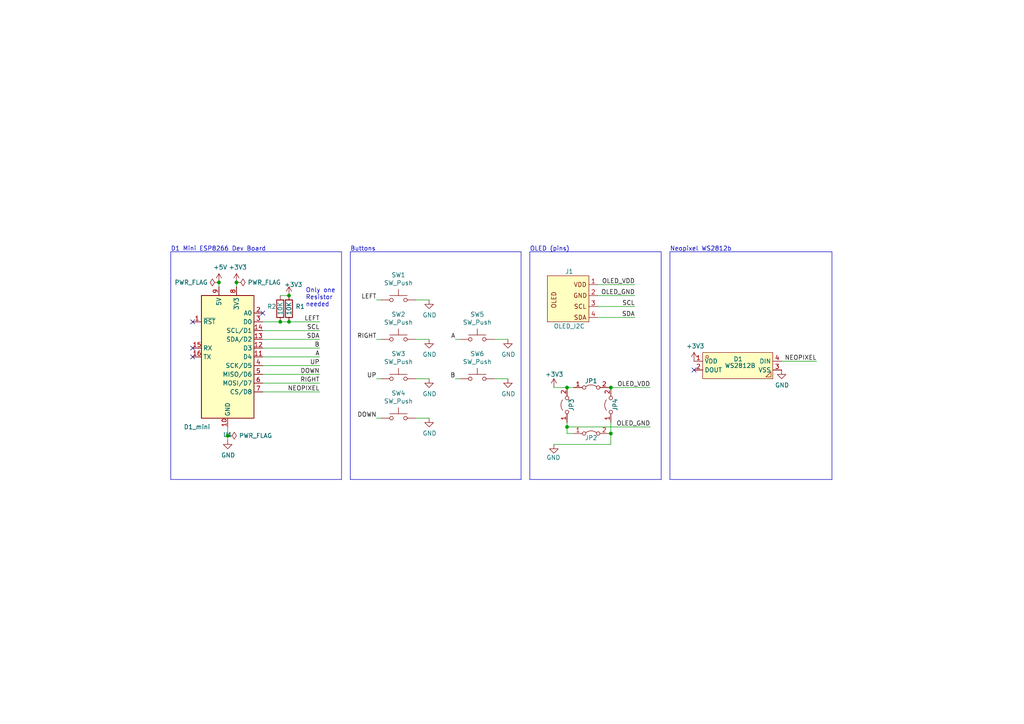
<source format=kicad_sch>
(kicad_sch (version 20250114) (generator "eeschema") (generator_version "9.0")
  (paper "A4")
  (title_block (title "BloodHound_VENOM") (date "2025-11-23") (rev "1") (company "Rudra Sharma") (comment 1 "Designed with <3 by Rudii"))
  (lib_symbols
    (symbol "Device:R" (pin_numbers (hide yes)) (pin_names (offset 0))
      (property "Reference" "R" (at 2.032 0 90))
      (property "Value" "R" (at 0 0 90))
      (symbol "R_0_1"
        (rectangle (start -1.016 -2.54) (end 1.016 2.54) (stroke (width 0.254)))
      )
      (symbol "R_1_1"
        (pin passive line (at 0 3.81 270) (length 1.27) (name "~") (number "1"))
        (pin passive line (at 0 -3.81 90) (length 1.27) (name "~") (number "2"))
      )
    )
    (symbol "_mykicadlib:D1_Mini_ESP8266"
      (property "Reference" "U1" (at 0 -22.5806 0))
      (property "Value" "D1_mini" (at -8.89 -20.32 0))
      (symbol "D1_Mini_ESP8266_1_1"
        (rectangle (start -7.62 17.78) (end 7.62 -17.78) (stroke (width 0.254)) (fill (type background)))
        (pin input line (at -10.16 10.16 0) (length 2.54) (name "~{RST}") (number "1"))
        (pin input line (at -10.16 2.54 0) (length 2.54) (name "RX") (number "15"))
        (pin output line (at -10.16 0 0) (length 2.54) (name "TX") (number "16"))
        (pin power_in line (at -2.54 20.32 270) (length 2.54) (name "5V") (number "9"))
        (pin power_in line (at 0 -20.32 90) (length 2.54) (name "GND") (number "10"))
        (pin power_out line (at 2.54 20.32 270) (length 2.54) (name "3V3") (number "8"))
        (pin input line (at 10.16 12.7 180) (length 2.54) (name "A0") (number "2"))
        (pin bidirectional line (at 10.16 10.16 180) (length 2.54) (name "D0") (number "3"))
        (pin bidirectional line (at 10.16 7.62 180) (length 2.54) (name "SCL/D1") (number "14"))
        (pin bidirectional line (at 10.16 5.08 180) (length 2.54) (name "SDA/D2") (number "13"))
        (pin bidirectional line (at 10.16 2.54 180) (length 2.54) (name "D3") (number "12"))
        (pin bidirectional line (at 10.16 0 180) (length 2.54) (name "D4") (number "11"))
        (pin bidirectional line (at 10.16 -2.54 180) (length 2.54) (name "SCK/D5") (number "4"))
        (pin bidirectional line (at 10.16 -5.08 180) (length 2.54) (name "MISO/D6") (number "5"))
        (pin bidirectional line (at 10.16 -7.62 180) (length 2.54) (name "MOSI/D7") (number "6"))
        (pin bidirectional line (at 10.16 -10.16 180) (length 2.54) (name "CS/D8") (number "7"))
      )
    )
    (symbol "_mykicadlib:Jumper_Bridged" (pin_names (offset 0) (hide yes)) (in_bom no)
      (property "Reference" "JP2" (at 0 1.905 0))
      (symbol "Jumper_Bridged_0_0"
        (circle (center -2.032 0) (radius 0.508))
        (circle (center 2.032 0) (radius 0.508))
      )
      (symbol "Jumper_Bridged_0_1"
        (arc (start -1.524 0.254) (mid 0 0.762) (end 1.524 0.254))
      )
      (symbol "Jumper_Bridged_1_1"
        (pin passive line (at -5.08 0 0) (length 2.54) (name "A") (number "1"))
        (pin passive line (at 5.08 0 180) (length 2.54) (name "B") (number "2"))
      )
    )
    (symbol "_mykicadlib:Jumper_Open" (pin_names (offset 0) (hide yes)) (in_bom no)
      (property "Reference" "JP" (at 0 2.794 0))
      (symbol "Jumper_Open_0_0"
        (circle (center -2.032 0) (radius 0.508))
        (circle (center 2.032 0) (radius 0.508))
      )
      (symbol "Jumper_Open_0_1"
        (arc (start -1.524 1.27) (mid 0 1.778) (end 1.524 1.27))
      )
      (symbol "Jumper_Open_1_1"
        (pin passive line (at -5.08 0 0) (length 2.54) (name "A") (number "1"))
        (pin passive line (at 5.08 0 180) (length 2.54) (name "B") (number "2"))
      )
    )
    (symbol "_mykicadlib:OLED_I2C" (pin_names (offset 1.016) (hide yes))
      (property "Reference" "J" (at 0 8.255 0))
      (property "Value" "OLED_I2C" (at 0 -7.62 0))
      (symbol "OLED_I2C_0_1"
        (rectangle (start -6.35 6.985) (end 5.715 -6.35) (fill (type background)))
        (text "OLED" (at -4.445 0 900) (effects (font (size 1.27 1.27))))
        (text "VDD" (at 3.175 4.445 0) (effects (font (size 1.27 1.27))))
        (text "GND" (at 3.175 1.27 0) (effects (font (size 1.27 1.27))))
        (text "SCL" (at 3.175 -1.905 0) (effects (font (size 1.27 1.27))))
        (text "SDA" (at 3.175 -5.08 0) (effects (font (size 1.27 1.27))))
      )
      (symbol "OLED_I2C_1_1"
        (pin power_in line (at 8.255 4.445 180) (length 2.54) (name "VDD") (number "1"))
        (pin power_in line (at 8.255 1.27 180) (length 2.54) (name "GND") (number "2"))
        (pin input line (at 8.255 -1.905 180) (length 2.54) (name "SCL") (number "3"))
        (pin input line (at 8.255 -5.08 180) (length 2.54) (name "SDA") (number "4"))
      )
    )
    (symbol "_mykicadlib:SW_TC-1102_6mm_THT" (pin_numbers (hide yes)) (pin_names (offset 1.016) (hide yes))
      (property "Reference" "SW" (at 1.27 2.54 0))
      (property "Value" "Button_6mm_THT" (at 0 -1.524 0))
      (symbol "SW_TC-1102_6mm_THT_0_1"
        (circle (center -2.032 0) (radius 0.508))
        (polyline (pts (xy 0 1.27) (xy 0 3.048)))
        (circle (center 2.032 0) (radius 0.508))
        (polyline (pts (xy 2.54 1.27) (xy -2.54 1.27)))
        (pin passive line (at -5.08 0 0) (length 2.54) (name "A") (number "1"))
        (pin passive line (at 5.08 0 180) (length 2.54) (name "B") (number "2"))
      )
    )
    (symbol "_mykicadlib:WS2812B-5050"
      (property "Reference" "D1" (at -1.27 1.905 0))
      (property "Value" "WS2812B" (at -3.81 0 0))
      (symbol "WS2812B-5050_0_1"
        (rectangle (start -10.16 3.81) (end 10.16 -3.81) (fill (type background)))
        (circle (center -8.89 2.54) (radius 0.38))
        (polyline (pts (xy 9.65 -1.78) (xy 9.65 -3.3) (xy 8.13 -3.3) (xy 9.65 -1.78)) (fill (type background)))
        (pin unspecified line (at -12.7 1.27 0) (length 2.54) (name "VDD") (number "1"))
        (pin unspecified line (at -12.7 -1.27 0) (length 2.54) (name "DOUT") (number "2"))
        (pin unspecified line (at 12.7 1.27 180) (length 2.54) (name "DIN") (number "4"))
        (pin unspecified line (at 12.7 -1.27 180) (length 2.54) (name "VSS") (number "3"))
      )
    )
    (symbol "power:+3V3" (power) (pin_names (offset 0))
      (property "Value" "+3V3" (at 0 3.556 0))
      (symbol "+3V3_0_1"
        (polyline (pts (xy -0.762 1.27) (xy 0 2.54)))
        (polyline (pts (xy 0 2.54) (xy 0.762 1.27)))
        (polyline (pts (xy 0 0) (xy 0 2.54)))
      )
      (symbol "+3V3_1_1"
        (pin power_in line (at 0 0 90) (length 0) (hide yes) (name "+3V3") (number "1"))
      )
    )
    (symbol "power:+5V" (power) (pin_names (offset 0))
      (property "Value" "+5V" (at 0 3.556 0))
      (symbol "+5V_0_1"
        (polyline (pts (xy -0.762 1.27) (xy 0 2.54)))
        (polyline (pts (xy 0 2.54) (xy 0.762 1.27)))
        (polyline (pts (xy 0 0) (xy 0 2.54)))
      )
      (symbol "+5V_1_1"
        (pin power_in line (at 0 0 90) (length 0) (hide yes) (name "+5V") (number "1"))
      )
    )
    (symbol "power:GND" (power) (pin_names (offset 0))
      (property "Value" "GND" (at 0 -3.81 0))
      (symbol "GND_0_1"
        (polyline (pts (xy 0 0) (xy 0 -1.27) (xy 1.27 -1.27) (xy 0 -2.54) (xy -1.27 -1.27) (xy 0 -1.27)))
      )
      (symbol "GND_1_1"
        (pin power_in line (at 0 0 270) (length 0) (hide yes) (name "GND") (number "1"))
      )
    )
    (symbol "power:PWR_FLAG" (power) (pin_numbers (hide yes)) (pin_names (offset 0) (hide yes))
      (property "Value" "PWR_FLAG" (at 0 3.81 0))
      (symbol "PWR_FLAG_0_0"
        (pin power_out line (at 0 0 90) (length 0) (name "pwr") (number "1"))
      )
      (symbol "PWR_FLAG_0_1"
        (polyline (pts (xy 0 0) (xy 0 1.27) (xy -1.016 1.905) (xy 0 2.54) (xy 1.016 1.905) (xy 0 1.27)))
      )
    )
  )
  (text "OLED (pins)" (at 153.67 73.025 0) (effects (font (size 1.27 1.27)) (justify left bottom)))
  (text "D1 Mini ESP8266 Dev Board" (at 49.53 73.025 0) (effects (font (size 1.27 1.27)) (justify left bottom)))
  (text "Neopixel WS2812b" (at 194.31 73.025 0) (effects (font (size 1.27 1.27)) (justify left bottom)))
  (text "Buttons" (at 101.6 73.025 0) (effects (font (size 1.27 1.27)) (justify left bottom)))
  (text "Only one \nResistor\nneeded" (at 88.646 89.154 0) (effects (font (size 1.27 1.27)) (justify left bottom)))
  (junction (at 81.28 93.345))
  (junction (at 83.82 85.725))
  (junction (at 177.165 125.73))
  (junction (at 177.165 112.395))
  (junction (at 68.58 81.915))
  (junction (at 164.465 123.825))
  (junction (at 63.5 81.915))
  (junction (at 164.465 112.395))
  (junction (at 83.82 93.345))
  (junction (at 66.04 126.365))
  (no_connect (at 55.88 93.345))
  (no_connect (at 201.295 107.315))
  (no_connect (at 55.88 100.965))
  (no_connect (at 55.88 103.505))
  (no_connect (at 76.2 90.805))
  (wire (pts (xy 176.53 112.395) (xy 177.165 112.395)))
  (polyline (pts (xy 101.6 73.025) (xy 151.13 73.025)))
  (wire (pts (xy 76.2 98.425) (xy 92.71 98.425)))
  (wire (pts (xy 147.32 98.425) (xy 143.51 98.425)))
  (wire (pts (xy 66.04 127.635) (xy 66.04 126.365)))
  (polyline (pts (xy 99.06 73.025) (xy 99.06 139.065)))
  (wire (pts (xy 173.355 92.075) (xy 184.15 92.075)))
  (polyline (pts (xy 151.13 73.025) (xy 151.13 139.065)))
  (polyline (pts (xy 151.13 139.065) (xy 101.6 139.065)))
  (wire (pts (xy 164.465 123.825) (xy 164.465 122.555)))
  (polyline (pts (xy 153.67 139.065) (xy 191.77 139.065)))
  (wire (pts (xy 83.82 93.345) (xy 92.71 93.345)))
  (wire (pts (xy 176.53 125.73) (xy 177.165 125.73)))
  (polyline (pts (xy 153.67 73.025) (xy 153.67 139.065)))
  (polyline (pts (xy 59.69 73.025) (xy 60.325 73.025)))
  (wire (pts (xy 124.46 86.995) (xy 120.65 86.995)))
  (wire (pts (xy 133.35 109.855) (xy 132.08 109.855)))
  (wire (pts (xy 173.355 85.725) (xy 184.15 85.725)))
  (wire (pts (xy 173.355 82.55) (xy 184.15 82.55)))
  (wire (pts (xy 63.5 83.185) (xy 63.5 81.915)))
  (wire (pts (xy 76.2 113.665) (xy 92.71 113.665)))
  (wire (pts (xy 177.165 122.555) (xy 177.165 125.73)))
  (wire (pts (xy 226.695 104.775) (xy 236.855 104.775)))
  (wire (pts (xy 124.46 98.425) (xy 120.65 98.425)))
  (wire (pts (xy 160.655 112.395) (xy 164.465 112.395)))
  (wire (pts (xy 164.465 112.395) (xy 166.37 112.395)))
  (wire (pts (xy 173.355 88.9) (xy 184.15 88.9)))
  (polyline (pts (xy 49.53 73.025) (xy 59.69 73.025)))
  (wire (pts (xy 66.04 126.365) (xy 66.04 123.825)))
  (wire (pts (xy 164.465 125.73) (xy 166.37 125.73)))
  (wire (pts (xy 133.35 98.425) (xy 132.08 98.425)))
  (wire (pts (xy 164.465 125.73) (xy 164.465 123.825)))
  (polyline (pts (xy 59.69 73.025) (xy 99.06 73.025)))
  (wire (pts (xy 76.2 100.965) (xy 92.71 100.965)))
  (polyline (pts (xy 191.77 139.065) (xy 191.77 73.025)))
  (wire (pts (xy 76.2 95.885) (xy 92.71 95.885)))
  (polyline (pts (xy 194.31 73.025) (xy 194.31 139.065)))
  (wire (pts (xy 124.46 109.855) (xy 120.65 109.855)))
  (wire (pts (xy 76.2 93.345) (xy 81.28 93.345)))
  (polyline (pts (xy 101.6 139.065) (xy 101.6 73.025)))
  (polyline (pts (xy 99.06 139.065) (xy 49.53 139.065)))
  (wire (pts (xy 147.32 109.855) (xy 143.51 109.855)))
  (polyline (pts (xy 49.53 139.065) (xy 49.53 73.025)))
  (wire (pts (xy 110.49 98.425) (xy 109.22 98.425)))
  (wire (pts (xy 76.2 108.585) (xy 92.71 108.585)))
  (polyline (pts (xy 194.31 139.065) (xy 241.3 139.065)))
  (polyline (pts (xy 241.3 139.065) (xy 241.3 73.025)))
  (wire (pts (xy 177.165 125.73) (xy 177.165 128.905)))
  (wire (pts (xy 124.46 121.285) (xy 120.65 121.285)))
  (wire (pts (xy 68.58 83.185) (xy 68.58 81.915)))
  (wire (pts (xy 81.28 85.725) (xy 83.82 85.725)))
  (wire (pts (xy 110.49 86.995) (xy 109.22 86.995)))
  (wire (pts (xy 76.2 106.045) (xy 92.71 106.045)))
  (polyline (pts (xy 194.31 73.025) (xy 241.3 73.025)))
  (wire (pts (xy 110.49 121.285) (xy 109.22 121.285)))
  (wire (pts (xy 160.655 128.905) (xy 177.165 128.905)))
  (wire (pts (xy 177.165 112.395) (xy 188.595 112.395)))
  (wire (pts (xy 81.28 93.345) (xy 83.82 93.345)))
  (wire (pts (xy 76.2 111.125) (xy 92.71 111.125)))
  (wire (pts (xy 76.2 103.505) (xy 92.71 103.505)))
  (polyline (pts (xy 191.77 73.025) (xy 153.67 73.025)))
  (wire (pts (xy 164.465 123.825) (xy 188.595 123.825)))
  (wire (pts (xy 110.49 109.855) (xy 109.22 109.855)))
  (label "A" (at 92.71 103.505 180))
  (label "B" (at 92.71 100.965 180))
  (label "RIGHT" (at 109.22 98.425 180))
  (label "A" (at 132.08 98.425 180))
  (label "LEFT" (at 109.22 86.995 180))
  (label "OLED_GND" (at 188.595 123.825 180))
  (label "SDA" (at 184.15 92.075 180))
  (label "UP" (at 109.22 109.855 180))
  (label "OLED_VDD" (at 188.595 112.395 180))
  (label "SCL" (at 184.15 88.9 180))
  (label "SCL" (at 92.71 95.885 180))
  (label "UP" (at 92.71 106.045 180))
  (label "OLED_VDD" (at 184.15 82.55 180))
  (label "NEOPIXEL" (at 236.855 104.775 180))
  (label "LEFT" (at 92.71 93.345 180))
  (label "DOWN" (at 109.22 121.285 180))
  (label "DOWN" (at 92.71 108.585 180))
  (label "NEOPIXEL" (at 92.71 113.665 180))
  (label "B" (at 132.08 109.855 180))
  (label "OLED_GND" (at 184.15 85.725 180))
  (label "RIGHT" (at 92.71 111.125 180))
  (label "SDA" (at 92.71 98.425 180))
  (symbol (lib_id "_mykicadlib:OLED_I2C") (at 165.1 86.995 0) (unit 1)
    (property "Reference" "J1" (at 165.1 78.74 0))
    (property "Value" "OLED_I2C" (at 165.1 94.615 0))
    (property "Footprint" "_mykicadlib:OLED_I2C_1.3" (effects (hide yes)))
  )
  (symbol (lib_id "power:GND") (at 124.46 109.855 0) (unit 1)
    (property "Reference" "#PWR08" (effects (hide yes)))
    (property "Value" "GND" (at 124.587 114.2492 0))
  )
  (symbol (lib_id "power:GND") (at 124.46 121.285 0) (unit 1)
    (property "Reference" "#PWR09" (effects (hide yes)))
    (property "Value" "GND" (at 124.587 125.6792 0))
  )
  (symbol (lib_id "_mykicadlib:D1_Mini_ESP8266") (at 66.04 103.505 0) (unit 1)
    (property "Reference" "U1" (at 66.04 126.0856 0))
    (property "Value" "D1_mini" (at 57.15 123.825 0))
    (property "Footprint" "_mykicadlib:D1_mini_ESP8266" (effects (hide yes)))
    (property "Datasheet" "https://wiki.wemos.cc/products:d1:d1_mini#documentation" (effects (hide yes)))
  )
  (symbol (lib_id "power:GND") (at 147.32 98.425 0) (unit 1)
    (property "Reference" "#PWR06" (effects (hide yes)))
    (property "Value" "GND" (at 147.447 102.8192 0))
  )
  (symbol (lib_id "power:GND") (at 147.32 109.855 0) (unit 1)
    (property "Reference" "#PWR07" (effects (hide yes)))
    (property "Value" "GND" (at 147.447 114.2492 0))
  )
  (symbol (lib_id "power:GND") (at 124.46 98.425 0) (unit 1)
    (property "Reference" "#PWR05" (effects (hide yes)))
    (property "Value" "GND" (at 124.587 102.8192 0))
  )
  (symbol (lib_id "power:GND") (at 124.46 86.995 0) (unit 1)
    (property "Reference" "#PWR04" (effects (hide yes)))
    (property "Value" "GND" (at 124.587 91.3892 0))
  )
  (symbol (lib_id "power:GND") (at 160.655 128.905 0) (unit 1)
    (property "Reference" "#PWR011" (effects (hide yes)))
    (property "Value" "GND" (at 162.56 132.715 0) (effects (justify right)))
  )
  (symbol (lib_id "power:+3V3") (at 160.655 112.395 0) (unit 1)
    (property "Reference" "#PWR010" (effects (hide yes)))
    (property "Value" "+3V3" (at 158.115 108.585 0) (effects (justify left)))
  )
  (symbol (lib_id "_mykicadlib:WS2812B-5050") (at 213.995 106.045 0) (unit 1)
    (property "Reference" "D1" (at 212.725 104.14 0) (effects (justify left)))
    (property "Value" "WS2812B" (at 210.185 106.045 0) (effects (justify left)))
    (property "Footprint" "_mykicadlib:LED-SMD_4P-L5.0-W5.0-BL_TC5050RGB-handsolder" (effects (hide yes)))
    (property "Datasheet" "https://lcsc.com/product-detail/Light-Emitting-Diodes-LED_5050-RGBIntegrated-Light-4Pin_C114586.html" (effects (hide yes)))
    (property "MPN" "C114586" (effects (hide yes)))
  )
  (symbol (lib_id "power:GND") (at 226.695 107.315 0) (unit 1)
    (property "Reference" "#PWR013" (effects (hide yes)))
    (property "Value" "GND" (at 226.822 111.7092 0))
  )
  (symbol (lib_id "_mykicadlib:SW_TC-1102_6mm_THT") (at 115.57 86.995 0) (unit 1)
    (property "Reference" "SW1" (at 115.57 79.756 0))
    (property "Value" "SW_Push" (at 115.57 82.0674 0))
    (property "Footprint" "_mykicadlib:SW-KEY-TH_4P-L6.0-W6.0-P4.50-LS6.5" (effects (hide yes)))
    (property "Datasheet" "https://datasheet.lcsc.com/lcsc/2110151630_XKB-Connectivity-TC-1102-B-C-B_C381013.pdf" (effects (hide yes)))
    (property "LCSC Part" "C381013" (effects (hide yes)))
    (property "MPN" "C381013" (effects (hide yes)))
  )
  (symbol (lib_id "_mykicadlib:SW_TC-1102_6mm_THT") (at 115.57 98.425 0) (unit 1)
    (property "Reference" "SW2" (at 115.57 91.186 0))
    (property "Value" "SW_Push" (at 115.57 93.4974 0))
    (property "Footprint" "_mykicadlib:SW-KEY-TH_4P-L6.0-W6.0-P4.50-LS6.5" (effects (hide yes)))
    (property "Datasheet" "https://datasheet.lcsc.com/lcsc/2110151630_XKB-Connectivity-TC-1102-B-C-B_C381013.pdf" (effects (hide yes)))
    (property "LCSC Part" "C381013" (effects (hide yes)))
    (property "MPN" "C381013" (effects (hide yes)))
  )
  (symbol (lib_id "_mykicadlib:SW_TC-1102_6mm_THT") (at 115.57 121.285 0) (unit 1)
    (property "Reference" "SW4" (at 115.57 114.046 0))
    (property "Value" "SW_Push" (at 115.57 116.3574 0))
    (property "Footprint" "_mykicadlib:SW-KEY-TH_4P-L6.0-W6.0-P4.50-LS6.5" (effects (hide yes)))
    (property "Datasheet" "https://datasheet.lcsc.com/lcsc/2110151630_XKB-Connectivity-TC-1102-B-C-B_C381013.pdf" (effects (hide yes)))
    (property "LCSC Part" "C381013" (effects (hide yes)))
    (property "MPN" "C381013" (effects (hide yes)))
  )
  (symbol (lib_id "_mykicadlib:SW_TC-1102_6mm_THT") (at 115.57 109.855 0) (unit 1)
    (property "Reference" "SW3" (at 115.57 102.616 0))
    (property "Value" "SW_Push" (at 115.57 104.9274 0))
    (property "Footprint" "_mykicadlib:SW-KEY-TH_4P-L6.0-W6.0-P4.50-LS6.5" (effects (hide yes)))
    (property "Datasheet" "https://datasheet.lcsc.com/lcsc/2110151630_XKB-Connectivity-TC-1102-B-C-B_C381013.pdf" (effects (hide yes)))
    (property "LCSC Part" "C381013" (effects (hide yes)))
    (property "MPN" "C381013" (effects (hide yes)))
  )
  (symbol (lib_id "_mykicadlib:SW_TC-1102_6mm_THT") (at 138.43 98.425 0) (unit 1)
    (property "Reference" "SW5" (at 138.43 91.186 0))
    (property "Value" "SW_Push" (at 138.43 93.4974 0))
    (property "Footprint" "_mykicadlib:SW-KEY-TH_4P-L6.0-W6.0-P4.50-LS6.5" (effects (hide yes)))
    (property "Datasheet" "https://datasheet.lcsc.com/lcsc/2110151630_XKB-Connectivity-TC-1102-B-C-B_C381013.pdf" (effects (hide yes)))
    (property "MPN" "C381013" (effects (hide yes)))
  )
  (symbol (lib_id "_mykicadlib:SW_TC-1102_6mm_THT") (at 138.43 109.855 0) (unit 1)
    (property "Reference" "SW6" (at 138.43 102.616 0))
    (property "Value" "SW_Push" (at 138.43 104.9274 0))
    (property "Footprint" "_mykicadlib:SW-KEY-TH_4P-L6.0-W6.0-P4.50-LS6.5" (effects (hide yes)))
    (property "Datasheet" "https://datasheet.lcsc.com/lcsc/2110151630_XKB-Connectivity-TC-1102-B-C-B_C381013.pdf" (effects (hide yes)))
    (property "LCSC Part" "C381013" (effects (hide yes)))
    (property "MPN" "C381013" (effects (hide yes)))
  )
  (symbol (lib_id "power:+5V") (at 63.5 81.915 0) (unit 1)
    (property "Reference" "#PWR016" (effects (hide yes)))
    (property "Value" "+5V" (at 63.881 77.5208 0))
  )
  (symbol (lib_id "power:GND") (at 66.04 127.635 0) (unit 1)
    (property "Reference" "#PWR017" (effects (hide yes)))
    (property "Value" "GND" (at 66.167 132.0292 0))
  )
  (symbol (lib_id "power:PWR_FLAG") (at 63.5 81.915 90) (unit 1)
    (property "Reference" "#FLG01" (effects (hide yes)))
    (property "Value" "PWR_FLAG" (at 60.2742 81.915 90) (effects (justify left)))
  )
  (symbol (lib_id "power:PWR_FLAG") (at 66.04 126.365 270) (unit 1)
    (property "Reference" "#FLG02" (effects (hide yes)))
    (property "Value" "PWR_FLAG" (at 69.2912 126.365 90) (effects (justify left)))
  )
  (symbol (lib_id "power:PWR_FLAG") (at 68.58 81.915 270) (unit 1)
    (property "Reference" "#FLG03" (effects (hide yes)))
    (property "Value" "PWR_FLAG" (at 71.8312 81.915 90) (effects (justify left)))
  )
  (symbol (lib_id "power:+3V3") (at 68.58 81.915 0) (unit 1)
    (property "Reference" "#PWR018" (effects (hide yes)))
    (property "Value" "+3V3" (at 68.961 77.5208 0))
  )
  (symbol (lib_id "_mykicadlib:Jumper_Open") (at 164.465 117.475 90) (unit 1) (in_bom no)
    (property "Reference" "JP3" (at 165.735 115.57 0) (effects (justify right)))
    (property "Value" "Jumper_2_Open" (effects (hide yes)))
    (property "Footprint" "_mykicadlib:SolderJumper_Open" (effects (hide yes)))
  )
  (symbol (lib_id "_mykicadlib:Jumper_Bridged") (at 171.45 125.73 0) (unit 1) (in_bom no)
    (property "Reference" "JP2" (at 171.45 127 0))
    (property "Value" "Jumper_2_Bridged" (effects (hide yes)))
    (property "Footprint" "_mykicadlib:Bridge" (effects (hide yes)))
  )
  (symbol (lib_id "power:+3V3") (at 201.295 104.775 0) (unit 1)
    (property "Reference" "#PWR012" (effects (hide yes)))
    (property "Value" "+3V3" (at 201.676 100.3808 0))
  )
  (symbol (lib_id "Device:R") (at 81.28 89.535 0) (unit 1)
    (property "Reference" "R2" (at 77.47 88.9 0) (effects (justify left)))
    (property "Value" "10K" (at 81.28 91.44 90) (effects (justify left)))
    (property "Footprint" "Resistor_THT:R_Axial_DIN0204_L3.6mm_D1.6mm_P7.62mm_Horizontal" (effects (hide yes)))
  )
  (symbol (lib_id "_mykicadlib:Jumper_Bridged") (at 171.45 112.395 0) (unit 1) (in_bom no)
    (property "Reference" "JP1" (at 171.45 110.49 0))
    (property "Value" "Jumper_2_Bridged" (effects (hide yes)))
    (property "Footprint" "_mykicadlib:Bridge" (effects (hide yes)))
  )
  (symbol (lib_id "power:+3V3") (at 83.82 85.725 0) (unit 1)
    (property "Reference" "#PWR01" (effects (hide yes)))
    (property "Value" "+3V3" (at 85.09 82.55 0))
  )
  (symbol (lib_id "Device:R") (at 83.82 89.535 0) (unit 1)
    (property "Reference" "R1" (at 85.725 88.9 0) (effects (justify left)))
    (property "Value" "10K" (at 83.82 91.44 90) (effects (justify left)))
    (property "Footprint" "Resistor_SMD:R_1206_3216Metric_Pad1.30x1.75mm_HandSolder" (effects (hide yes)))
  )
  (symbol (lib_id "_mykicadlib:Jumper_Open") (at 177.165 117.475 90) (unit 1) (in_bom no)
    (property "Reference" "JP4" (at 178.435 115.57 0) (effects (justify right)))
    (property "Value" "Jumper_2_Open" (effects (hide yes)))
    (property "Footprint" "_mykicadlib:SolderJumper_Open" (effects (hide yes)))
  )
)
</source>
